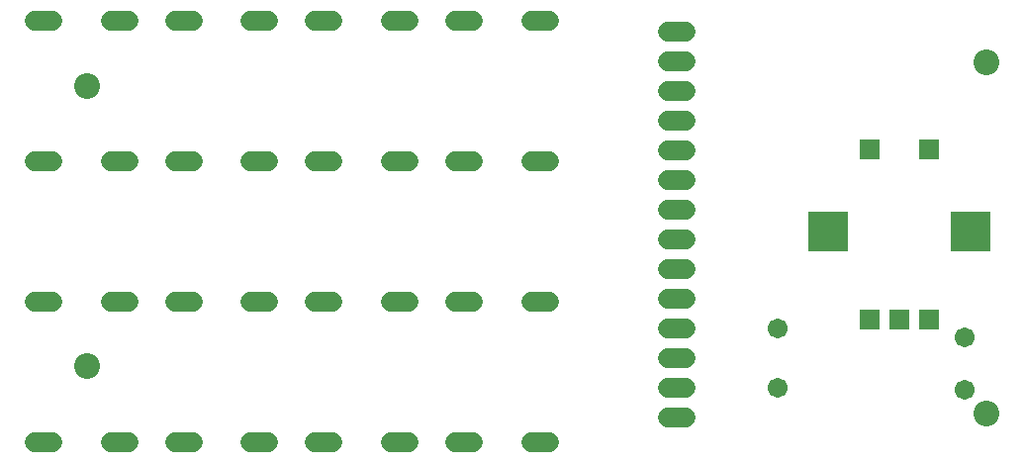
<source format=gbr>
G04 EAGLE Gerber RS-274X export*
G75*
%MOMM*%
%FSLAX34Y34*%
%LPD*%
%INSoldermask Top*%
%IPPOS*%
%AMOC8*
5,1,8,0,0,1.08239X$1,22.5*%
G01*
G04 Define Apertures*
%ADD10C,2.203200*%
%ADD11C,1.727200*%
%ADD12R,1.711200X1.711200*%
%ADD13R,3.419200X3.419200*%
%ADD14C,1.703200*%
D10*
X71900Y110000D03*
X71900Y350000D03*
X841900Y370000D03*
X841900Y70000D03*
D11*
X584200Y396240D02*
X568960Y396240D01*
X568960Y370840D02*
X584200Y370840D01*
X584200Y345440D02*
X568960Y345440D01*
X568960Y320040D02*
X584200Y320040D01*
X584200Y294640D02*
X568960Y294640D01*
X568960Y269240D02*
X584200Y269240D01*
X584200Y243840D02*
X568960Y243840D01*
X568960Y218440D02*
X584200Y218440D01*
X584200Y193040D02*
X568960Y193040D01*
X568960Y167640D02*
X584200Y167640D01*
X584200Y142240D02*
X568960Y142240D01*
X568960Y116840D02*
X584200Y116840D01*
X584200Y91440D02*
X568960Y91440D01*
X568960Y66040D02*
X584200Y66040D01*
D12*
X742120Y150360D03*
X767120Y150360D03*
X792120Y150360D03*
X742120Y295360D03*
X792120Y295360D03*
D13*
X706120Y225360D03*
X828120Y225360D03*
D11*
X42228Y405360D02*
X26988Y405360D01*
X92012Y405360D02*
X107252Y405360D01*
X146988Y405360D02*
X162228Y405360D01*
X212012Y405360D02*
X227252Y405360D01*
X266988Y405360D02*
X282228Y405360D01*
X332012Y405360D02*
X347252Y405360D01*
X386988Y405360D02*
X402228Y405360D01*
X452012Y405360D02*
X467252Y405360D01*
X42228Y285360D02*
X26988Y285360D01*
X92012Y285360D02*
X107252Y285360D01*
X146988Y285360D02*
X162228Y285360D01*
X212012Y285360D02*
X227252Y285360D01*
X266988Y285360D02*
X282228Y285360D01*
X332012Y285360D02*
X347252Y285360D01*
X386988Y285360D02*
X402228Y285360D01*
X452012Y285360D02*
X467252Y285360D01*
X42228Y165360D02*
X26988Y165360D01*
X92012Y165360D02*
X107252Y165360D01*
X146988Y165360D02*
X162228Y165360D01*
X212012Y165360D02*
X227252Y165360D01*
X266988Y165360D02*
X282228Y165360D01*
X332012Y165360D02*
X347252Y165360D01*
X386988Y165360D02*
X402228Y165360D01*
X452012Y165360D02*
X467252Y165360D01*
X42228Y45360D02*
X26988Y45360D01*
X92012Y45360D02*
X107252Y45360D01*
X146988Y45360D02*
X162228Y45360D01*
X212012Y45360D02*
X227252Y45360D01*
X266988Y45360D02*
X282228Y45360D01*
X332012Y45360D02*
X347252Y45360D01*
X386988Y45360D02*
X402228Y45360D01*
X452012Y45360D02*
X467252Y45360D01*
D14*
X662940Y91440D03*
X662940Y142240D03*
X822960Y134620D03*
X822960Y90170D03*
M02*

</source>
